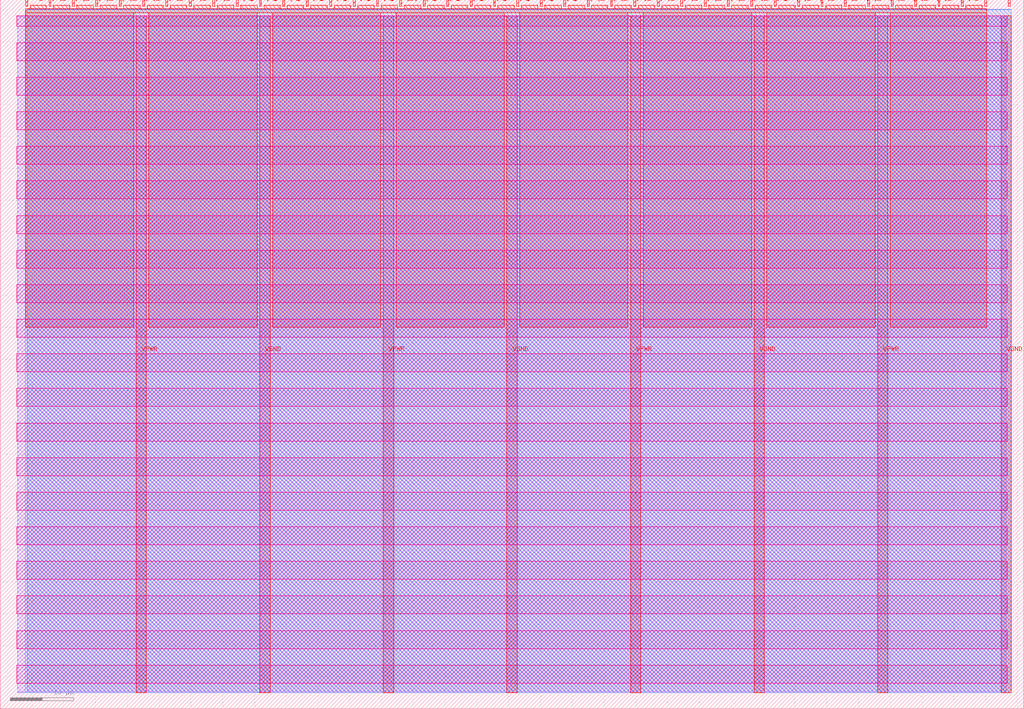
<source format=lef>
VERSION 5.7 ;
  NOWIREEXTENSIONATPIN ON ;
  DIVIDERCHAR "/" ;
  BUSBITCHARS "[]" ;
MACRO tt_um_drops
  CLASS BLOCK ;
  FOREIGN tt_um_drops ;
  ORIGIN 0.000 0.000 ;
  SIZE 161.000 BY 111.520 ;
  PIN VGND
    DIRECTION INOUT ;
    USE GROUND ;
    PORT
      LAYER met4 ;
        RECT 40.830 2.480 42.430 109.040 ;
    END
    PORT
      LAYER met4 ;
        RECT 79.700 2.480 81.300 109.040 ;
    END
    PORT
      LAYER met4 ;
        RECT 118.570 2.480 120.170 109.040 ;
    END
    PORT
      LAYER met4 ;
        RECT 157.440 2.480 159.040 109.040 ;
    END
  END VGND
  PIN VPWR
    DIRECTION INOUT ;
    USE POWER ;
    PORT
      LAYER met4 ;
        RECT 21.395 2.480 22.995 109.040 ;
    END
    PORT
      LAYER met4 ;
        RECT 60.265 2.480 61.865 109.040 ;
    END
    PORT
      LAYER met4 ;
        RECT 99.135 2.480 100.735 109.040 ;
    END
    PORT
      LAYER met4 ;
        RECT 138.005 2.480 139.605 109.040 ;
    END
  END VPWR
  PIN clk
    DIRECTION INPUT ;
    USE SIGNAL ;
    ANTENNAGATEAREA 0.852000 ;
    PORT
      LAYER met4 ;
        RECT 154.870 110.520 155.170 111.520 ;
    END
  END clk
  PIN ena
    DIRECTION INPUT ;
    USE SIGNAL ;
    PORT
      LAYER met4 ;
        RECT 158.550 110.520 158.850 111.520 ;
    END
  END ena
  PIN rst_n
    DIRECTION INPUT ;
    USE SIGNAL ;
    ANTENNAGATEAREA 0.196500 ;
    PORT
      LAYER met4 ;
        RECT 151.190 110.520 151.490 111.520 ;
    END
  END rst_n
  PIN ui_in[0]
    DIRECTION INPUT ;
    USE SIGNAL ;
    ANTENNAGATEAREA 0.196500 ;
    PORT
      LAYER met4 ;
        RECT 147.510 110.520 147.810 111.520 ;
    END
  END ui_in[0]
  PIN ui_in[1]
    DIRECTION INPUT ;
    USE SIGNAL ;
    ANTENNAGATEAREA 0.196500 ;
    PORT
      LAYER met4 ;
        RECT 143.830 110.520 144.130 111.520 ;
    END
  END ui_in[1]
  PIN ui_in[2]
    DIRECTION INPUT ;
    USE SIGNAL ;
    PORT
      LAYER met4 ;
        RECT 140.150 110.520 140.450 111.520 ;
    END
  END ui_in[2]
  PIN ui_in[3]
    DIRECTION INPUT ;
    USE SIGNAL ;
    PORT
      LAYER met4 ;
        RECT 136.470 110.520 136.770 111.520 ;
    END
  END ui_in[3]
  PIN ui_in[4]
    DIRECTION INPUT ;
    USE SIGNAL ;
    PORT
      LAYER met4 ;
        RECT 132.790 110.520 133.090 111.520 ;
    END
  END ui_in[4]
  PIN ui_in[5]
    DIRECTION INPUT ;
    USE SIGNAL ;
    PORT
      LAYER met4 ;
        RECT 129.110 110.520 129.410 111.520 ;
    END
  END ui_in[5]
  PIN ui_in[6]
    DIRECTION INPUT ;
    USE SIGNAL ;
    PORT
      LAYER met4 ;
        RECT 125.430 110.520 125.730 111.520 ;
    END
  END ui_in[6]
  PIN ui_in[7]
    DIRECTION INPUT ;
    USE SIGNAL ;
    PORT
      LAYER met4 ;
        RECT 121.750 110.520 122.050 111.520 ;
    END
  END ui_in[7]
  PIN uio_in[0]
    DIRECTION INPUT ;
    USE SIGNAL ;
    PORT
      LAYER met4 ;
        RECT 118.070 110.520 118.370 111.520 ;
    END
  END uio_in[0]
  PIN uio_in[1]
    DIRECTION INPUT ;
    USE SIGNAL ;
    PORT
      LAYER met4 ;
        RECT 114.390 110.520 114.690 111.520 ;
    END
  END uio_in[1]
  PIN uio_in[2]
    DIRECTION INPUT ;
    USE SIGNAL ;
    PORT
      LAYER met4 ;
        RECT 110.710 110.520 111.010 111.520 ;
    END
  END uio_in[2]
  PIN uio_in[3]
    DIRECTION INPUT ;
    USE SIGNAL ;
    PORT
      LAYER met4 ;
        RECT 107.030 110.520 107.330 111.520 ;
    END
  END uio_in[3]
  PIN uio_in[4]
    DIRECTION INPUT ;
    USE SIGNAL ;
    PORT
      LAYER met4 ;
        RECT 103.350 110.520 103.650 111.520 ;
    END
  END uio_in[4]
  PIN uio_in[5]
    DIRECTION INPUT ;
    USE SIGNAL ;
    PORT
      LAYER met4 ;
        RECT 99.670 110.520 99.970 111.520 ;
    END
  END uio_in[5]
  PIN uio_in[6]
    DIRECTION INPUT ;
    USE SIGNAL ;
    PORT
      LAYER met4 ;
        RECT 95.990 110.520 96.290 111.520 ;
    END
  END uio_in[6]
  PIN uio_in[7]
    DIRECTION INPUT ;
    USE SIGNAL ;
    PORT
      LAYER met4 ;
        RECT 92.310 110.520 92.610 111.520 ;
    END
  END uio_in[7]
  PIN uio_oe[0]
    DIRECTION OUTPUT TRISTATE ;
    USE SIGNAL ;
    PORT
      LAYER met4 ;
        RECT 29.750 110.520 30.050 111.520 ;
    END
  END uio_oe[0]
  PIN uio_oe[1]
    DIRECTION OUTPUT TRISTATE ;
    USE SIGNAL ;
    PORT
      LAYER met4 ;
        RECT 26.070 110.520 26.370 111.520 ;
    END
  END uio_oe[1]
  PIN uio_oe[2]
    DIRECTION OUTPUT TRISTATE ;
    USE SIGNAL ;
    PORT
      LAYER met4 ;
        RECT 22.390 110.520 22.690 111.520 ;
    END
  END uio_oe[2]
  PIN uio_oe[3]
    DIRECTION OUTPUT TRISTATE ;
    USE SIGNAL ;
    PORT
      LAYER met4 ;
        RECT 18.710 110.520 19.010 111.520 ;
    END
  END uio_oe[3]
  PIN uio_oe[4]
    DIRECTION OUTPUT TRISTATE ;
    USE SIGNAL ;
    PORT
      LAYER met4 ;
        RECT 15.030 110.520 15.330 111.520 ;
    END
  END uio_oe[4]
  PIN uio_oe[5]
    DIRECTION OUTPUT TRISTATE ;
    USE SIGNAL ;
    PORT
      LAYER met4 ;
        RECT 11.350 110.520 11.650 111.520 ;
    END
  END uio_oe[5]
  PIN uio_oe[6]
    DIRECTION OUTPUT TRISTATE ;
    USE SIGNAL ;
    PORT
      LAYER met4 ;
        RECT 7.670 110.520 7.970 111.520 ;
    END
  END uio_oe[6]
  PIN uio_oe[7]
    DIRECTION OUTPUT TRISTATE ;
    USE SIGNAL ;
    PORT
      LAYER met4 ;
        RECT 3.990 110.520 4.290 111.520 ;
    END
  END uio_oe[7]
  PIN uio_out[0]
    DIRECTION OUTPUT TRISTATE ;
    USE SIGNAL ;
    ANTENNAGATEAREA 0.247500 ;
    ANTENNADIFFAREA 0.891000 ;
    PORT
      LAYER met4 ;
        RECT 59.190 110.520 59.490 111.520 ;
    END
  END uio_out[0]
  PIN uio_out[1]
    DIRECTION OUTPUT TRISTATE ;
    USE SIGNAL ;
    ANTENNAGATEAREA 0.247500 ;
    ANTENNADIFFAREA 0.445500 ;
    PORT
      LAYER met4 ;
        RECT 55.510 110.520 55.810 111.520 ;
    END
  END uio_out[1]
  PIN uio_out[2]
    DIRECTION OUTPUT TRISTATE ;
    USE SIGNAL ;
    ANTENNAGATEAREA 0.247500 ;
    ANTENNADIFFAREA 0.445500 ;
    PORT
      LAYER met4 ;
        RECT 51.830 110.520 52.130 111.520 ;
    END
  END uio_out[2]
  PIN uio_out[3]
    DIRECTION OUTPUT TRISTATE ;
    USE SIGNAL ;
    ANTENNAGATEAREA 0.247500 ;
    ANTENNADIFFAREA 0.445500 ;
    PORT
      LAYER met4 ;
        RECT 48.150 110.520 48.450 111.520 ;
    END
  END uio_out[3]
  PIN uio_out[4]
    DIRECTION OUTPUT TRISTATE ;
    USE SIGNAL ;
    ANTENNAGATEAREA 0.247500 ;
    ANTENNADIFFAREA 0.891000 ;
    PORT
      LAYER met4 ;
        RECT 44.470 110.520 44.770 111.520 ;
    END
  END uio_out[4]
  PIN uio_out[5]
    DIRECTION OUTPUT TRISTATE ;
    USE SIGNAL ;
    ANTENNAGATEAREA 0.247500 ;
    ANTENNADIFFAREA 0.445500 ;
    PORT
      LAYER met4 ;
        RECT 40.790 110.520 41.090 111.520 ;
    END
  END uio_out[5]
  PIN uio_out[6]
    DIRECTION OUTPUT TRISTATE ;
    USE SIGNAL ;
    ANTENNAGATEAREA 0.247500 ;
    ANTENNADIFFAREA 0.445500 ;
    PORT
      LAYER met4 ;
        RECT 37.110 110.520 37.410 111.520 ;
    END
  END uio_out[6]
  PIN uio_out[7]
    DIRECTION OUTPUT TRISTATE ;
    USE SIGNAL ;
    ANTENNAGATEAREA 0.247500 ;
    ANTENNADIFFAREA 0.891000 ;
    PORT
      LAYER met4 ;
        RECT 33.430 110.520 33.730 111.520 ;
    END
  END uio_out[7]
  PIN uo_out[0]
    DIRECTION OUTPUT TRISTATE ;
    USE SIGNAL ;
    ANTENNAGATEAREA 0.495000 ;
    ANTENNADIFFAREA 0.445500 ;
    PORT
      LAYER met4 ;
        RECT 88.630 110.520 88.930 111.520 ;
    END
  END uo_out[0]
  PIN uo_out[1]
    DIRECTION OUTPUT TRISTATE ;
    USE SIGNAL ;
    ANTENNAGATEAREA 0.495000 ;
    ANTENNADIFFAREA 0.891000 ;
    PORT
      LAYER met4 ;
        RECT 84.950 110.520 85.250 111.520 ;
    END
  END uo_out[1]
  PIN uo_out[2]
    DIRECTION OUTPUT TRISTATE ;
    USE SIGNAL ;
    ANTENNAGATEAREA 0.495000 ;
    ANTENNADIFFAREA 0.891000 ;
    PORT
      LAYER met4 ;
        RECT 81.270 110.520 81.570 111.520 ;
    END
  END uo_out[2]
  PIN uo_out[3]
    DIRECTION OUTPUT TRISTATE ;
    USE SIGNAL ;
    ANTENNAGATEAREA 0.373500 ;
    ANTENNADIFFAREA 0.891000 ;
    PORT
      LAYER met4 ;
        RECT 77.590 110.520 77.890 111.520 ;
    END
  END uo_out[3]
  PIN uo_out[4]
    DIRECTION OUTPUT TRISTATE ;
    USE SIGNAL ;
    ANTENNAGATEAREA 0.495000 ;
    ANTENNADIFFAREA 0.891000 ;
    PORT
      LAYER met4 ;
        RECT 73.910 110.520 74.210 111.520 ;
    END
  END uo_out[4]
  PIN uo_out[5]
    DIRECTION OUTPUT TRISTATE ;
    USE SIGNAL ;
    ANTENNAGATEAREA 0.495000 ;
    ANTENNADIFFAREA 0.445500 ;
    PORT
      LAYER met4 ;
        RECT 70.230 110.520 70.530 111.520 ;
    END
  END uo_out[5]
  PIN uo_out[6]
    DIRECTION OUTPUT TRISTATE ;
    USE SIGNAL ;
    ANTENNAGATEAREA 0.495000 ;
    ANTENNADIFFAREA 0.445500 ;
    PORT
      LAYER met4 ;
        RECT 66.550 110.520 66.850 111.520 ;
    END
  END uo_out[6]
  PIN uo_out[7]
    DIRECTION OUTPUT TRISTATE ;
    USE SIGNAL ;
    ANTENNAGATEAREA 0.247500 ;
    ANTENNADIFFAREA 0.445500 ;
    PORT
      LAYER met4 ;
        RECT 62.870 110.520 63.170 111.520 ;
    END
  END uo_out[7]
  OBS
      LAYER nwell ;
        RECT 2.570 107.385 158.430 108.990 ;
        RECT 2.570 101.945 158.430 104.775 ;
        RECT 2.570 96.505 158.430 99.335 ;
        RECT 2.570 91.065 158.430 93.895 ;
        RECT 2.570 85.625 158.430 88.455 ;
        RECT 2.570 80.185 158.430 83.015 ;
        RECT 2.570 74.745 158.430 77.575 ;
        RECT 2.570 69.305 158.430 72.135 ;
        RECT 2.570 63.865 158.430 66.695 ;
        RECT 2.570 58.425 158.430 61.255 ;
        RECT 2.570 52.985 158.430 55.815 ;
        RECT 2.570 47.545 158.430 50.375 ;
        RECT 2.570 42.105 158.430 44.935 ;
        RECT 2.570 36.665 158.430 39.495 ;
        RECT 2.570 31.225 158.430 34.055 ;
        RECT 2.570 25.785 158.430 28.615 ;
        RECT 2.570 20.345 158.430 23.175 ;
        RECT 2.570 14.905 158.430 17.735 ;
        RECT 2.570 9.465 158.430 12.295 ;
        RECT 2.570 4.025 158.430 6.855 ;
      LAYER li1 ;
        RECT 2.760 2.635 158.240 108.885 ;
      LAYER met1 ;
        RECT 2.760 2.480 159.040 109.040 ;
      LAYER met2 ;
        RECT 4.230 2.535 159.010 110.005 ;
      LAYER met3 ;
        RECT 3.950 2.555 159.030 109.985 ;
      LAYER met4 ;
        RECT 4.690 110.120 7.270 110.650 ;
        RECT 8.370 110.120 10.950 110.650 ;
        RECT 12.050 110.120 14.630 110.650 ;
        RECT 15.730 110.120 18.310 110.650 ;
        RECT 19.410 110.120 21.990 110.650 ;
        RECT 23.090 110.120 25.670 110.650 ;
        RECT 26.770 110.120 29.350 110.650 ;
        RECT 30.450 110.120 33.030 110.650 ;
        RECT 34.130 110.120 36.710 110.650 ;
        RECT 37.810 110.120 40.390 110.650 ;
        RECT 41.490 110.120 44.070 110.650 ;
        RECT 45.170 110.120 47.750 110.650 ;
        RECT 48.850 110.120 51.430 110.650 ;
        RECT 52.530 110.120 55.110 110.650 ;
        RECT 56.210 110.120 58.790 110.650 ;
        RECT 59.890 110.120 62.470 110.650 ;
        RECT 63.570 110.120 66.150 110.650 ;
        RECT 67.250 110.120 69.830 110.650 ;
        RECT 70.930 110.120 73.510 110.650 ;
        RECT 74.610 110.120 77.190 110.650 ;
        RECT 78.290 110.120 80.870 110.650 ;
        RECT 81.970 110.120 84.550 110.650 ;
        RECT 85.650 110.120 88.230 110.650 ;
        RECT 89.330 110.120 91.910 110.650 ;
        RECT 93.010 110.120 95.590 110.650 ;
        RECT 96.690 110.120 99.270 110.650 ;
        RECT 100.370 110.120 102.950 110.650 ;
        RECT 104.050 110.120 106.630 110.650 ;
        RECT 107.730 110.120 110.310 110.650 ;
        RECT 111.410 110.120 113.990 110.650 ;
        RECT 115.090 110.120 117.670 110.650 ;
        RECT 118.770 110.120 121.350 110.650 ;
        RECT 122.450 110.120 125.030 110.650 ;
        RECT 126.130 110.120 128.710 110.650 ;
        RECT 129.810 110.120 132.390 110.650 ;
        RECT 133.490 110.120 136.070 110.650 ;
        RECT 137.170 110.120 139.750 110.650 ;
        RECT 140.850 110.120 143.430 110.650 ;
        RECT 144.530 110.120 147.110 110.650 ;
        RECT 148.210 110.120 150.790 110.650 ;
        RECT 151.890 110.120 154.470 110.650 ;
        RECT 3.975 109.440 155.185 110.120 ;
        RECT 3.975 60.015 20.995 109.440 ;
        RECT 23.395 60.015 40.430 109.440 ;
        RECT 42.830 60.015 59.865 109.440 ;
        RECT 62.265 60.015 79.300 109.440 ;
        RECT 81.700 60.015 98.735 109.440 ;
        RECT 101.135 60.015 118.170 109.440 ;
        RECT 120.570 60.015 137.605 109.440 ;
        RECT 140.005 60.015 155.185 109.440 ;
  END
END tt_um_drops
END LIBRARY


</source>
